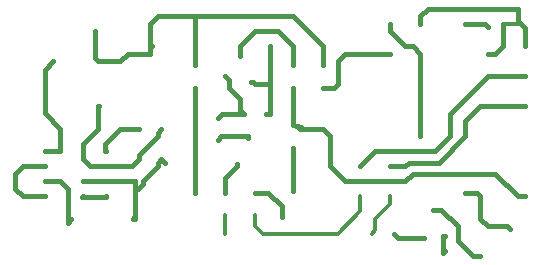
<source format=gbr>
G04 EAGLE Gerber RS-274X export*
G75*
%MOMM*%
%FSLAX34Y34*%
%LPD*%
%INTop Copper*%
%IPPOS*%
%AMOC8*
5,1,8,0,0,1.08239X$1,22.5*%
G01*
%ADD10C,0.406400*%
%ADD11C,0.304800*%


D10*
X44450Y88900D02*
X62900Y88900D01*
X44450Y88900D02*
X38100Y82550D01*
X38100Y69850D01*
X44450Y63500D01*
X62900Y63500D01*
X241300Y66650D02*
X252438Y66650D01*
X263525Y55563D01*
X263525Y46175D01*
X263550Y46150D01*
X215900Y66650D02*
X215900Y79375D01*
X225450Y88925D02*
X225450Y90600D01*
X225450Y88925D02*
X215900Y79375D01*
X142400Y69850D02*
X139700Y69850D01*
X161900Y95250D02*
X165100Y92050D01*
X114900Y76200D02*
X95250Y76200D01*
X158750Y88900D02*
X158750Y92100D01*
X161900Y95250D01*
X139700Y69850D02*
X139700Y46750D01*
X137400Y44450D01*
X139700Y69850D02*
X139700Y76200D01*
X114900Y76200D01*
X146050Y76200D02*
X158750Y88900D01*
X146050Y76200D02*
X146050Y73500D01*
X142400Y69850D01*
X139192Y44450D02*
X137400Y44450D01*
X138684Y43942D02*
X139192Y44450D01*
D11*
X215900Y47650D02*
X215900Y31750D01*
X330200Y50800D02*
X330200Y63500D01*
X330200Y50800D02*
X311150Y31750D01*
X247650Y31750D01*
X241300Y38100D01*
X241300Y47650D01*
D10*
X298450Y155600D02*
X308000Y155600D01*
X311150Y158750D01*
X311150Y177800D01*
X317500Y184150D01*
X355600Y184150D01*
X435610Y209550D02*
X438150Y207010D01*
X435610Y209550D02*
X419100Y209550D01*
X419100Y127000D02*
X419100Y114300D01*
X419100Y127000D02*
X431800Y139700D01*
X469900Y139700D01*
X368300Y88900D02*
X355600Y88900D01*
X368300Y88900D02*
X371475Y92075D01*
X396875Y92075D01*
X419100Y114300D01*
X342900Y101600D02*
X330200Y88900D01*
X342900Y101600D02*
X393700Y101600D01*
X406400Y114300D01*
X406400Y133350D01*
X438150Y165100D01*
X469900Y165100D01*
X273050Y155600D02*
X273050Y123800D01*
X279756Y121920D01*
X304800Y88900D02*
X317500Y76200D01*
X304800Y88900D02*
X304800Y114300D01*
X463550Y63500D02*
X469900Y63500D01*
X463550Y63500D02*
X444500Y82550D01*
D11*
X279400Y120650D02*
X273050Y123800D01*
D10*
X279400Y120650D02*
X298450Y120650D01*
X304800Y114300D01*
X374650Y82550D02*
X444500Y82550D01*
X374650Y82550D02*
X368300Y76200D01*
X317500Y76200D01*
X431800Y50750D02*
X431800Y44450D01*
X438150Y38100D01*
X454500Y38100D01*
X457200Y35400D01*
X431800Y50750D02*
X431800Y63500D01*
X428625Y66675D02*
X419100Y66675D01*
X428625Y66675D02*
X431800Y63500D01*
X273050Y68150D02*
X273050Y104800D01*
X273050Y174600D02*
X273050Y190500D01*
X260350Y203200D01*
X241300Y203200D01*
X228600Y190500D01*
X228600Y182450D01*
X234950Y114300D02*
X234950Y112600D01*
X234950Y114300D02*
X212700Y114300D01*
X209550Y111150D01*
X219100Y161900D02*
X215900Y165100D01*
X212750Y133350D02*
X231800Y133350D01*
X212750Y133350D02*
X209550Y130150D01*
X219100Y155550D02*
X219100Y160450D01*
X219100Y155550D02*
X228600Y146050D01*
X228600Y136550D01*
X231800Y133350D01*
X219100Y160450D02*
X219100Y161900D01*
D11*
X355600Y63500D02*
X355600Y57150D01*
X342900Y44450D01*
X342900Y34900D01*
X339750Y31750D01*
D10*
X142900Y120650D02*
X127000Y120650D01*
X114300Y107950D01*
X114300Y102200D01*
X114900Y101600D01*
X114900Y88900D02*
X136550Y88900D01*
X142900Y95250D01*
X142900Y98450D01*
X158750Y114300D01*
X158750Y117500D01*
X161900Y120650D01*
X114900Y88900D02*
X101600Y88900D01*
X95250Y95250D01*
X107950Y139700D02*
X108900Y139700D01*
X107950Y139700D02*
X107950Y120650D01*
X95250Y107950D01*
X95250Y95250D01*
X114900Y63500D02*
X114646Y63246D01*
X94996Y63246D01*
X190500Y66650D02*
X190500Y88900D01*
X190500Y155600D01*
X95250Y63500D02*
X94996Y63246D01*
X62900Y133700D02*
X62900Y170800D01*
X69900Y177800D01*
X76200Y101600D02*
X62900Y101600D01*
X76200Y101600D02*
X76200Y120400D01*
X62900Y133700D01*
X62900Y76200D02*
X76200Y76200D01*
X82550Y69850D01*
X82550Y40800D01*
X85250Y44450D01*
X105250Y180450D02*
X105250Y203200D01*
X105250Y180450D02*
X107900Y177800D01*
X152400Y189450D02*
X153958Y191008D01*
X190500Y190500D02*
X190500Y174600D01*
X298450Y174600D02*
X298450Y190500D01*
X273050Y215900D01*
X190500Y215900D02*
X158750Y215900D01*
X190500Y215900D02*
X273050Y215900D01*
X158750Y215900D02*
X152400Y209550D01*
X190500Y215900D02*
X190500Y190500D01*
X152400Y189450D02*
X152400Y209550D01*
X127000Y177800D02*
X107900Y177800D01*
X127000Y177800D02*
X133350Y184150D01*
X152400Y184150D01*
X152400Y189450D01*
X250800Y133350D02*
X254000Y133350D01*
X254000Y158750D01*
X239600Y160450D02*
X238100Y160450D01*
X239600Y160450D02*
X241300Y158750D01*
X254000Y158750D01*
X254000Y190500D01*
X381000Y209550D02*
X381000Y215900D01*
X387350Y222250D01*
X463550Y222250D01*
X463550Y212090D01*
X466090Y209550D01*
X469900Y205740D02*
X469900Y190500D01*
X469900Y205740D02*
X466090Y209550D01*
X384175Y28575D02*
X384200Y28550D01*
X384175Y28575D02*
X361925Y28575D01*
X358750Y31750D01*
X392112Y52276D02*
X398574Y52276D01*
X412750Y38100D01*
X412750Y25400D01*
X425450Y12700D01*
X431750Y12700D01*
X431800Y12750D01*
X355600Y203200D02*
X355600Y209550D01*
X381000Y184150D02*
X381000Y114300D01*
X381000Y184150D02*
X374650Y190500D01*
X368300Y190500D01*
X355600Y203200D01*
X401613Y17438D02*
X400050Y15875D01*
X400050Y30276D02*
X401612Y30276D01*
X400050Y30276D02*
X400050Y15875D01*
X438150Y184150D02*
X444500Y184150D01*
X450850Y190500D01*
X450850Y209550D01*
D11*
X463550Y209550D01*
M02*

</source>
